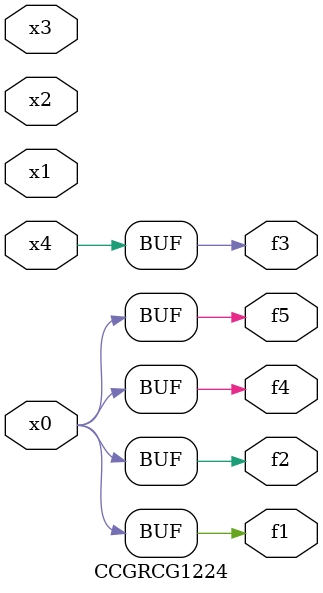
<source format=v>
module CCGRCG1224(
	input x0, x1, x2, x3, x4,
	output f1, f2, f3, f4, f5
);
	assign f1 = x0;
	assign f2 = x0;
	assign f3 = x4;
	assign f4 = x0;
	assign f5 = x0;
endmodule

</source>
